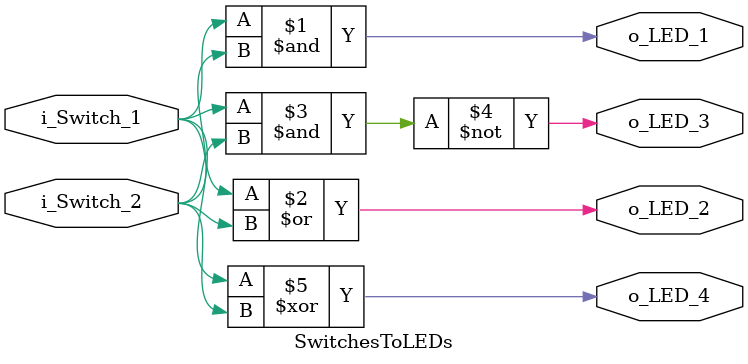
<source format=v>
module SwitchesToLEDs
  (input i_Switch_1,  
   input i_Switch_2,
   output o_LED_1,
   output o_LED_2,
   output o_LED_3,
   output o_LED_4);
       
assign o_LED_1 = i_Switch_1 & i_Switch_2;     // AND  gate
assign o_LED_2 = i_Switch_1 | i_Switch_2;     // OR   gate
assign o_LED_3 = ~(i_Switch_1 & i_Switch_2);  // NAND gate
assign o_LED_4 = i_Switch_1 ^  i_Switch_2;    // XOR  gate
 
endmodule
</source>
